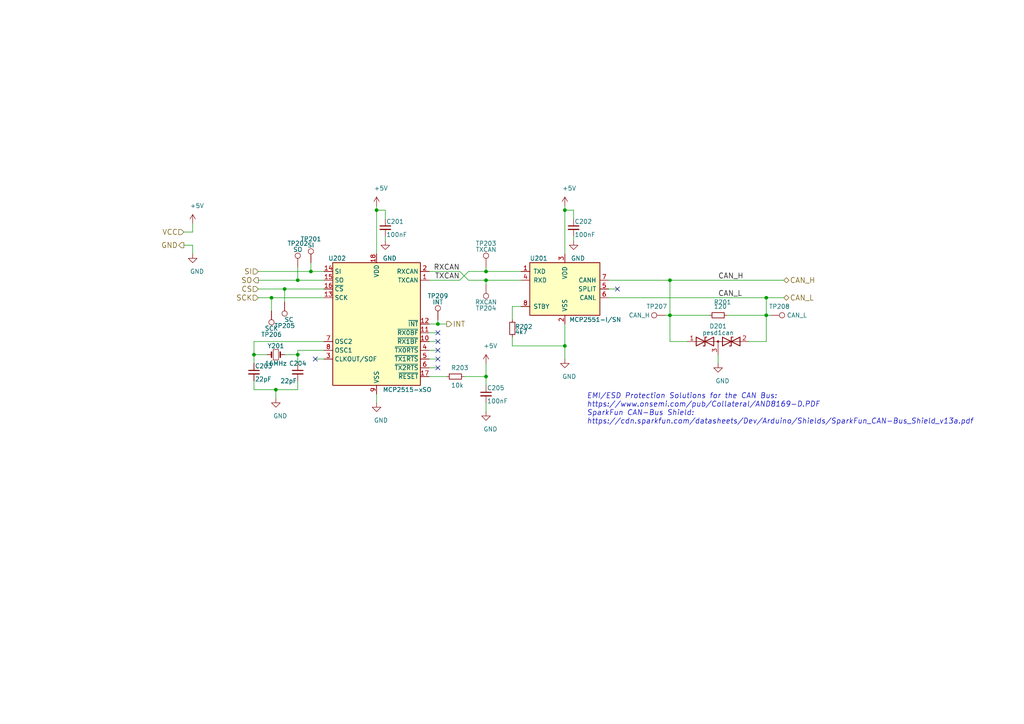
<source format=kicad_sch>
(kicad_sch (version 20211123) (generator eeschema)
  (paper "A4")
  (lib_symbols
    (symbol "Connector:TestPoint" (pin_numbers hide) (pin_names (offset 0.762) hide)
      (property "Reference" "TP" (at 0 6.858 0))
      (property "Value" "TestPoint" (at 0 5.08 0))
      (symbol "TestPoint_0_1"
        (circle (center 0 3.302) (radius 0.762))
      )
      (symbol "TestPoint_1_1"
        (pin passive line (at 0 0 90) (length 2.54) (name "1") (number "1"))
      )
    )
    (symbol "Device:C_Small" (pin_numbers hide) (pin_names (offset 0.254) hide)
      (property "Reference" "C" (at 0.254 1.778 0))
      (property "Value" "C_Small" (at 0.254 -2.032 0))
      (symbol "C_Small_0_1"
        (polyline (pts (xy -1.524 -0.508) (xy 1.524 -0.508)) (stroke (width 0.3302)))
        (polyline (pts (xy -1.524 0.508) (xy 1.524 0.508)) (stroke (width 0.3048)))
      )
      (symbol "C_Small_1_1"
        (pin passive line (at 0 2.54 270) (length 2.032) (name "~") (number "1"))
        (pin passive line (at 0 -2.54 90) (length 2.032) (name "~") (number "2"))
      )
    )
    (symbol "Device:Crystal_Small" (pin_numbers hide) (pin_names (offset 1.016) hide)
      (property "Reference" "Y" (at 0 2.54 0))
      (property "Value" "Crystal_Small" (at 0 -2.54 0))
      (symbol "Crystal_Small_0_1"
        (rectangle (start -0.762 -1.524) (end 0.762 1.524))
        (polyline (pts (xy -1.27 -0.762) (xy -1.27 0.762)) (stroke (width 0.381)))
        (polyline (pts (xy 1.27 -0.762) (xy 1.27 0.762)) (stroke (width 0.381)))
      )
      (symbol "Crystal_Small_1_1"
        (pin passive line (at -2.54 0 0) (length 1.27) (name "1") (number "1"))
        (pin passive line (at 2.54 0 180) (length 1.27) (name "2") (number "2"))
      )
    )
    (symbol "Device:D_TVS_Dual_AAC" (pin_names (offset 1.016) hide)
      (property "Reference" "D" (at 0 4.445 0))
      (property "Value" "D_TVS_Dual_AAC" (at 0 2.54 0))
      (symbol "D_TVS_Dual_AAC_0_0"
        (polyline (pts (xy 0 -1.27) (xy 0 0)))
      )
      (symbol "D_TVS_Dual_AAC_0_1"
        (polyline (pts (xy -6.35 0) (xy 6.35 0)))
        (polyline (pts (xy -3.302 1.27) (xy -3.81 1.27) (xy -3.81 -1.27) (xy -4.318 -1.27)) (stroke (width 0.254)))
        (polyline (pts (xy 4.318 1.27) (xy 3.81 1.27) (xy 3.81 -1.27) (xy 3.302 -1.27)) (stroke (width 0.254)))
        (polyline (pts (xy -6.35 1.27) (xy -1.27 -1.27) (xy -1.27 1.27) (xy -6.35 -1.27) (xy -6.35 1.27)) (stroke (width 0.254)))
        (polyline (pts (xy 6.35 1.27) (xy 1.27 -1.27) (xy 1.27 1.27) (xy 6.35 -1.27) (xy 6.35 1.27)) (stroke (width 0.254)))
        (circle (center 0 0) (radius 0.254) (fill (type outline)))
      )
      (symbol "D_TVS_Dual_AAC_1_1"
        (pin passive line (at -8.89 0 0) (length 2.54) (name "A1") (number "1"))
        (pin passive line (at 8.89 0 180) (length 2.54) (name "A2") (number "2"))
        (pin input line (at 0 -3.81 90) (length 2.54) (name "common") (number "3"))
      )
    )
    (symbol "Device:R_Small" (pin_numbers hide) (pin_names (offset 0.254) hide)
      (property "Reference" "R" (at 0.762 0.508 0))
      (property "Value" "R_Small" (at 0.762 -1.016 0))
      (symbol "R_Small_0_1"
        (rectangle (start -0.762 1.778) (end 0.762 -1.778) (stroke (width 0.2032)))
      )
      (symbol "R_Small_1_1"
        (pin passive line (at 0 2.54 270) (length 0.762) (name "~") (number "1"))
        (pin passive line (at 0 -2.54 90) (length 0.762) (name "~") (number "2"))
      )
    )
    (symbol "Interface_CAN_LIN:MCP2515-xSO"
      (property "Reference" "U" (at -10.16 19.685 0))
      (property "Value" "MCP2515-xSO" (at 19.05 20.32 0))
      (symbol "MCP2515-xSO_0_1"
        (rectangle (start -12.7 17.78) (end 12.7 -17.78) (stroke (width 0.254)) (fill (type background)))
      )
      (symbol "MCP2515-xSO_1_1"
        (pin output line (at 15.24 12.7 180) (length 2.54) (name "TXCAN") (number "1"))
        (pin output line (at 15.24 -5.08 180) (length 2.54) (name "~{RX1BF}") (number "10"))
        (pin output line (at 15.24 -2.54 180) (length 2.54) (name "~{RX0BF}") (number "11"))
        (pin output line (at 15.24 0 180) (length 2.54) (name "~{INT}") (number "12"))
        (pin input line (at -15.24 7.62 0) (length 2.54) (name "SCK") (number "13"))
        (pin input line (at -15.24 15.24 0) (length 2.54) (name "SI") (number "14"))
        (pin output line (at -15.24 12.7 0) (length 2.54) (name "SO") (number "15"))
        (pin input line (at -15.24 10.16 0) (length 2.54) (name "~{CS}") (number "16"))
        (pin input line (at 15.24 -15.24 180) (length 2.54) (name "~{RESET}") (number "17"))
        (pin power_in line (at 0 20.32 270) (length 2.54) (name "VDD") (number "18"))
        (pin input line (at 15.24 15.24 180) (length 2.54) (name "RXCAN") (number "2"))
        (pin output line (at -15.24 -10.16 0) (length 2.54) (name "CLKOUT/SOF") (number "3"))
        (pin input line (at 15.24 -7.62 180) (length 2.54) (name "~{TX0RTS}") (number "4"))
        (pin input line (at 15.24 -10.16 180) (length 2.54) (name "~{TX1RTS}") (number "5"))
        (pin input line (at 15.24 -12.7 180) (length 2.54) (name "~{TX2RTS}") (number "6"))
        (pin output line (at -15.24 -5.08 0) (length 2.54) (name "OSC2") (number "7"))
        (pin input line (at -15.24 -7.62 0) (length 2.54) (name "OSC1") (number "8"))
        (pin power_in line (at 0 -20.32 90) (length 2.54) (name "VSS") (number "9"))
      )
    )
    (symbol "Interface_CAN_LIN:MCP2561-E-SN" (pin_names (offset 1.016))
      (property "Reference" "U" (at -10.16 8.89 0))
      (property "Value" "MCP2561-E-SN" (at 2.54 8.89 0))
      (symbol "MCP2561-E-SN_0_1"
        (rectangle (start -10.16 7.62) (end 10.16 -7.62) (stroke (width 0.254)) (fill (type background)))
      )
      (symbol "MCP2561-E-SN_1_1"
        (pin input line (at -12.7 5.08 0) (length 2.54) (name "TXD") (number "1"))
        (pin power_in line (at 0 -10.16 90) (length 2.54) (name "VSS") (number "2"))
        (pin power_in line (at 0 10.16 270) (length 2.54) (name "VDD") (number "3"))
        (pin output line (at -12.7 2.54 0) (length 2.54) (name "RXD") (number "4"))
        (pin passive line (at 12.7 0 180) (length 2.54) (name "SPLIT") (number "5"))
        (pin bidirectional line (at 12.7 -2.54 180) (length 2.54) (name "CANL") (number "6"))
        (pin bidirectional line (at 12.7 2.54 180) (length 2.54) (name "CANH") (number "7"))
        (pin input line (at -12.7 -5.08 0) (length 2.54) (name "STBY") (number "8"))
      )
    )
    (symbol "power:+5V" (power) (pin_names (offset 0))
      (property "Value" "+5V" (at 0 3.556 0))
      (symbol "+5V_0_1"
        (polyline (pts (xy -0.762 1.27) (xy 0 2.54)))
        (polyline (pts (xy 0 0) (xy 0 2.54)))
        (polyline (pts (xy 0 2.54) (xy 0.762 1.27)))
      )
      (symbol "+5V_1_1"
        (pin power_in line (at 0 0 90) (length 0) hide (name "+5V") (number "1"))
      )
    )
    (symbol "power:GND" (power) (pin_names (offset 0))
      (property "Value" "GND" (at 0 -3.81 0))
      (symbol "GND_0_1"
        (polyline (pts (xy 0 0) (xy 0 -1.27) (xy 1.27 -1.27) (xy 0 -2.54) (xy -1.27 -1.27) (xy 0 -1.27)))
      )
      (symbol "GND_1_1"
        (pin power_in line (at 0 0 270) (length 0) hide (name "GND") (number "1"))
      )
    )
  )
  (junction (at 140.97 109.22))
  (junction (at 140.97 78.74))
  (junction (at 194.31 91.44))
  (junction (at 86.36 81.28))
  (junction (at 222.25 86.36))
  (junction (at 82.55 83.82))
  (junction (at 90.17 78.74))
  (junction (at 86.36 102.87))
  (junction (at 222.25 91.44))
  (junction (at 163.83 100.33))
  (junction (at 140.97 81.28))
  (junction (at 194.31 81.28))
  (junction (at 109.22 60.96))
  (junction (at 163.83 60.96))
  (junction (at 78.74 86.36))
  (junction (at 80.01 113.03))
  (junction (at 127 93.98))
  (junction (at 73.66 102.87))
  (no_connect (at 127 96.52))
  (no_connect (at 179.07 83.82))
  (no_connect (at 127 99.06))
  (no_connect (at 127 101.6))
  (no_connect (at 127 106.68))
  (no_connect (at 127 104.14))
  (no_connect (at 91.44 104.14))
  (wire (pts (xy 222.25 86.36) (xy 222.25 91.44)))
  (wire (pts (xy 109.22 60.96) (xy 111.76 60.96)))
  (wire (pts (xy 109.22 59.69) (xy 109.22 60.96)))
  (wire (pts (xy 78.74 90.17) (xy 78.74 86.36)))
  (wire (pts (xy 80.01 115.57) (xy 80.01 113.03)))
  (wire (pts (xy 140.97 105.41) (xy 140.97 109.22)))
  (wire (pts (xy 73.66 102.87) (xy 73.66 105.41)))
  (wire (pts (xy 140.97 77.47) (xy 140.97 78.74)))
  (wire (pts (xy 166.37 63.5) (xy 166.37 60.96)))
  (wire (pts (xy 140.97 109.22) (xy 134.62 109.22)))
  (wire (pts (xy 82.55 83.82) (xy 93.98 83.82)))
  (wire (pts (xy 127 104.14) (xy 124.46 104.14)))
  (wire (pts (xy 140.97 78.74) (xy 151.13 78.74)))
  (wire (pts (xy 111.76 63.5) (xy 111.76 60.96)))
  (wire (pts (xy 127 101.6) (xy 124.46 101.6)))
  (wire (pts (xy 222.25 91.44) (xy 223.52 91.44)))
  (wire (pts (xy 80.01 113.03) (xy 86.36 113.03)))
  (wire (pts (xy 194.31 81.28) (xy 194.31 91.44)))
  (wire (pts (xy 109.22 116.84) (xy 109.22 114.3)))
  (wire (pts (xy 133.35 78.74) (xy 135.89 81.28)))
  (wire (pts (xy 55.88 67.31) (xy 53.34 67.31)))
  (wire (pts (xy 74.93 78.74) (xy 90.17 78.74)))
  (wire (pts (xy 140.97 81.28) (xy 151.13 81.28)))
  (wire (pts (xy 163.83 59.69) (xy 163.83 60.96)))
  (wire (pts (xy 73.66 113.03) (xy 73.66 110.49)))
  (wire (pts (xy 193.04 91.44) (xy 194.31 91.44)))
  (wire (pts (xy 74.93 83.82) (xy 82.55 83.82)))
  (wire (pts (xy 194.31 91.44) (xy 205.74 91.44)))
  (wire (pts (xy 86.36 101.6) (xy 86.36 102.87)))
  (wire (pts (xy 78.74 86.36) (xy 93.98 86.36)))
  (wire (pts (xy 53.34 71.12) (xy 55.88 71.12)))
  (wire (pts (xy 133.35 81.28) (xy 135.89 78.74)))
  (wire (pts (xy 127 92.71) (xy 127 93.98)))
  (wire (pts (xy 163.83 60.96) (xy 166.37 60.96)))
  (wire (pts (xy 140.97 116.84) (xy 140.97 119.38)))
  (wire (pts (xy 86.36 81.28) (xy 86.36 77.47)))
  (wire (pts (xy 163.83 93.98) (xy 163.83 100.33)))
  (wire (pts (xy 217.17 99.06) (xy 222.25 99.06)))
  (wire (pts (xy 124.46 78.74) (xy 133.35 78.74)))
  (wire (pts (xy 127 106.68) (xy 124.46 106.68)))
  (wire (pts (xy 222.25 86.36) (xy 227.33 86.36)))
  (wire (pts (xy 127 96.52) (xy 124.46 96.52)))
  (wire (pts (xy 82.55 87.63) (xy 82.55 83.82)))
  (wire (pts (xy 55.88 71.12) (xy 55.88 73.66)))
  (wire (pts (xy 176.53 81.28) (xy 194.31 81.28)))
  (wire (pts (xy 124.46 81.28) (xy 133.35 81.28)))
  (wire (pts (xy 179.07 83.82) (xy 176.53 83.82)))
  (wire (pts (xy 166.37 68.58) (xy 166.37 69.85)))
  (wire (pts (xy 90.17 76.2) (xy 90.17 78.74)))
  (wire (pts (xy 208.28 102.87) (xy 208.28 105.41)))
  (wire (pts (xy 73.66 113.03) (xy 80.01 113.03)))
  (wire (pts (xy 176.53 86.36) (xy 222.25 86.36)))
  (wire (pts (xy 124.46 93.98) (xy 127 93.98)))
  (wire (pts (xy 148.59 88.9) (xy 151.13 88.9)))
  (wire (pts (xy 135.89 81.28) (xy 140.97 81.28)))
  (wire (pts (xy 73.66 99.06) (xy 93.98 99.06)))
  (wire (pts (xy 86.36 113.03) (xy 86.36 110.49)))
  (wire (pts (xy 55.88 64.77) (xy 55.88 67.31)))
  (wire (pts (xy 194.31 99.06) (xy 194.31 91.44)))
  (wire (pts (xy 194.31 81.28) (xy 227.33 81.28)))
  (wire (pts (xy 86.36 102.87) (xy 82.55 102.87)))
  (wire (pts (xy 135.89 78.74) (xy 140.97 78.74)))
  (wire (pts (xy 163.83 60.96) (xy 163.83 73.66)))
  (wire (pts (xy 148.59 100.33) (xy 163.83 100.33)))
  (wire (pts (xy 210.82 91.44) (xy 222.25 91.44)))
  (wire (pts (xy 140.97 82.55) (xy 140.97 81.28)))
  (wire (pts (xy 73.66 99.06) (xy 73.66 102.87)))
  (wire (pts (xy 163.83 100.33) (xy 163.83 104.14)))
  (wire (pts (xy 86.36 81.28) (xy 93.98 81.28)))
  (wire (pts (xy 109.22 60.96) (xy 109.22 73.66)))
  (wire (pts (xy 148.59 97.79) (xy 148.59 100.33)))
  (wire (pts (xy 148.59 92.71) (xy 148.59 88.9)))
  (wire (pts (xy 91.44 104.14) (xy 93.98 104.14)))
  (wire (pts (xy 140.97 109.22) (xy 140.97 111.76)))
  (wire (pts (xy 127 99.06) (xy 124.46 99.06)))
  (wire (pts (xy 222.25 99.06) (xy 222.25 91.44)))
  (wire (pts (xy 74.93 86.36) (xy 78.74 86.36)))
  (wire (pts (xy 74.93 81.28) (xy 86.36 81.28)))
  (wire (pts (xy 127 93.98) (xy 129.54 93.98)))
  (wire (pts (xy 90.17 78.74) (xy 93.98 78.74)))
  (wire (pts (xy 77.47 102.87) (xy 73.66 102.87)))
  (wire (pts (xy 111.76 68.58) (xy 111.76 69.85)))
  (wire (pts (xy 124.46 109.22) (xy 129.54 109.22)))
  (wire (pts (xy 86.36 101.6) (xy 93.98 101.6)))
  (wire (pts (xy 199.39 99.06) (xy 194.31 99.06)))
  (wire (pts (xy 86.36 102.87) (xy 86.36 105.41)))
  (text "EMI/ESD Protection Solutions for the CAN Bus: \nhttps://www.onsemi.com/pub/Collateral/AND8169-D.PDF\nSparkFun CAN-Bus Shield:\nhttps://cdn.sparkfun.com/datasheets/Dev/Arduino/Shields/SparkFun_CAN-Bus_Shield_v13a.pdf" (at 170.18 123.19 0) (effects (font (size 1.524 1.524) italic) (justify left bottom)))
  (label "CAN_H" (at 208.28 81.28 0) (effects (font (size 1.524 1.524))))
  (label "CAN_L" (at 208.28 86.36 0) (effects (font (size 1.524 1.524))))
  (label "TXCAN" (at 133.35 81.28 180) (effects (font (size 1.524 1.524))))
  (label "RXCAN" (at 133.35 78.74 180) (effects (font (size 1.524 1.524))))
  (hierarchical_label "CAN_L" (shape bidirectional) (at 227.33 86.36 0) (effects (font (size 1.524 1.524))))
  (hierarchical_label "SO" (shape output) (at 74.93 81.28 180) (effects (font (size 1.524 1.524))))
  (hierarchical_label "CAN_H" (shape bidirectional) (at 227.33 81.28 0) (effects (font (size 1.524 1.524))))
  (hierarchical_label "SI" (shape input) (at 74.93 78.74 180) (effects (font (size 1.524 1.524))))
  (hierarchical_label "GND" (shape output) (at 53.34 71.12 180) (effects (font (size 1.524 1.524))))
  (hierarchical_label "SCK" (shape input) (at 74.93 86.36 180) (effects (font (size 1.524 1.524))))
  (hierarchical_label "VCC" (shape input) (at 53.34 67.31 180) (effects (font (size 1.524 1.524))))
  (hierarchical_label "CS" (shape input) (at 74.93 83.82 180) (effects (font (size 1.524 1.524))))
  (hierarchical_label "INT" (shape output) (at 129.54 93.98 0) (effects (font (size 1.524 1.524))))
  (symbol (lib_id "Interface_CAN_LIN:MCP2561-E-SN") (at 163.83 83.82 0) (unit 1)
    (property "Reference" "U201" (at 153.67 74.93 0) (effects (justify left)))
    (property "Value" "MCP2551-I/SN" (at 165.1 92.71 0) (effects (justify left)))
    (property "Footprint" "Package_SO:SOIC-8_3.9x4.9mm_P1.27mm" (effects hide))
  )
  (symbol (lib_id "Device:R_Small") (at 132.08 109.22 270) (unit 1)
    (property "Reference" "R203" (at 130.81 106.68 90) (effects (justify left)))
    (property "Value" "10k" (at 130.81 111.76 90) (effects (justify left)))
    (property "Footprint" "Resistor_SMD:R_0805_2012Metric_Pad1.15x1.40mm_HandSolder" (effects hide))
  )
  (symbol (lib_id "Device:R_Small") (at 148.59 95.25 0) (unit 1)
    (property "Reference" "R202" (at 149.352 94.742 0) (effects (justify left)))
    (property "Value" "4k7" (at 149.352 96.266 0) (effects (justify left)))
    (property "Footprint" "Resistor_SMD:R_0805_2012Metric_Pad1.15x1.40mm_HandSolder" (effects hide))
  )
  (symbol (lib_id "Device:R_Small") (at 208.28 91.44 270) (unit 1)
    (property "Reference" "R201" (at 207.01 87.63 90) (effects (justify left)))
    (property "Value" "120" (at 207.01 88.9 90) (effects (justify left)))
    (property "Footprint" "Resistor_SMD:R_0805_2012Metric_Pad1.15x1.40mm_HandSolder" (effects hide))
  )
  (symbol (lib_id "Device:C_Small") (at 111.76 66.04 0) (unit 1)
    (property "Reference" "C201" (at 112.014 64.262 0) (effects (justify left)))
    (property "Value" "100nF" (at 112.014 68.072 0) (effects (justify left)))
    (property "Footprint" "Capacitor_SMD:C_0805_2012Metric_Pad1.15x1.40mm_HandSolder" (effects hide))
  )
  (symbol (lib_id "Device:D_TVS_Dual_AAC") (at 208.28 99.06 0) (unit 1)
    (property "Reference" "D201" (at 208.28 94.615 0))
    (property "Value" "pesd1can" (at 208.28 96.52 0))
    (property "Footprint" "Package_TO_SOT_SMD:SOT-23_Handsoldering" (effects hide))
  )
  (symbol (lib_id "Connector:TestPoint") (at 140.97 77.47 0) (unit 1)
    (property "Reference" "TP203" (at 140.97 70.612 0))
    (property "Value" "TXCAN" (at 140.97 72.39 0))
    (property "Footprint" "TestPoint:TestPoint_Pad_2.0x2.0mm" (effects hide))
  )
  (symbol (lib_id "Connector:TestPoint") (at 140.97 82.55 180) (unit 1)
    (property "Reference" "TP204" (at 140.97 89.408 0))
    (property "Value" "RXCAN" (at 140.97 87.63 0))
    (property "Footprint" "TestPoint:TestPoint_Pad_2.0x2.0mm" (effects hide))
  )
  (symbol (lib_id "Connector:TestPoint") (at 127 92.71 0) (unit 1)
    (property "Reference" "TP209" (at 127 85.852 0))
    (property "Value" "INT" (at 127 87.63 0))
    (property "Footprint" "TestPoint:TestPoint_Pad_2.0x2.0mm" (effects hide))
  )
  (symbol (lib_id "Connector:TestPoint") (at 90.17 76.2 0) (unit 1)
    (property "Reference" "TP201" (at 90.17 69.342 0))
    (property "Value" "SI" (at 90.17 71.12 0))
    (property "Footprint" "TestPoint:TestPoint_Pad_2.0x2.0mm" (effects hide))
  )
  (symbol (lib_id "Connector:TestPoint") (at 86.36 77.47 0) (unit 1)
    (property "Reference" "TP202" (at 86.36 70.612 0))
    (property "Value" "SO" (at 86.36 72.39 0))
    (property "Footprint" "TestPoint:TestPoint_Pad_2.0x2.0mm" (effects hide))
  )
  (symbol (lib_id "Connector:TestPoint") (at 78.74 90.17 180) (unit 1)
    (property "Reference" "TP206" (at 78.74 97.028 0))
    (property "Value" "SCK" (at 78.74 95.25 0))
    (property "Footprint" "TestPoint:TestPoint_Pad_2.0x2.0mm" (effects hide))
  )
  (symbol (lib_id "Connector:TestPoint") (at 82.55 87.63 180) (unit 1)
    (property "Reference" "TP205" (at 82.55 94.488 0))
    (property "Value" "SC" (at 83.82 92.71 0))
    (property "Footprint" "TestPoint:TestPoint_Pad_2.0x2.0mm" (effects hide))
  )
  (symbol (lib_id "Connector:TestPoint") (at 223.52 91.44 270) (unit 1)
    (property "Reference" "TP208" (at 226.06 88.9 90))
    (property "Value" "CAN_L" (at 231.14 91.44 90))
    (property "Footprint" "TestPoint:TestPoint_Pad_2.0x2.0mm" (effects hide))
  )
  (symbol (lib_id "Connector:TestPoint") (at 193.04 91.44 90) (mirror x) (unit 1)
    (property "Reference" "TP207" (at 190.5 88.9 90))
    (property "Value" "CAN_H" (at 185.42 91.44 90))
    (property "Footprint" "TestPoint:TestPoint_Pad_2.0x2.0mm" (effects hide))
  )
  (symbol (lib_id "Interface_CAN_LIN:MCP2515-xSO") (at 109.22 93.98 0) (unit 1)
    (property "Reference" "U202" (at 97.79 74.93 0))
    (property "Value" "MCP2515-xSO" (at 118.11 113.03 0))
    (property "Footprint" "Package_SO:SOIC-18W_7.5x11.6mm_P1.27mm" (effects hide))
    (property "Datasheet" "http://ww1.microchip.com/downloads/en/DeviceDoc/21801e.pdf" (effects hide))
  )
  (symbol (lib_id "Device:Crystal_Small") (at 80.01 102.87 0) (unit 1)
    (property "Reference" "Y201" (at 80.01 100.33 0))
    (property "Value" "16MHz" (at 80.01 105.41 0))
    (property "Footprint" "Crystal:Crystal_HC49-U_Vertical" (effects hide))
    (property "Datasheet" "http://www.farnell.com/datasheets/321153.pdf" (effects hide))
  )
  (symbol (lib_id "Device:C_Small") (at 73.66 107.95 0) (unit 1)
    (property "Reference" "C203" (at 73.914 106.172 0) (effects (justify left)))
    (property "Value" "22pF" (at 73.914 109.982 0) (effects (justify left)))
    (property "Footprint" "Capacitor_SMD:C_0805_2012Metric_Pad1.15x1.40mm_HandSolder" (effects hide))
  )
  (symbol (lib_id "Device:C_Small") (at 86.36 107.95 0) (unit 1)
    (property "Reference" "C204" (at 83.82 105.41 0) (effects (justify left)))
    (property "Value" "22pF" (at 81.28 110.49 0) (effects (justify left)))
    (property "Footprint" "Capacitor_SMD:C_0805_2012Metric_Pad1.15x1.40mm_HandSolder" (effects hide))
  )
  (symbol (lib_id "power:GND") (at 80.01 115.57 0) (unit 1)
    (property "Reference" "#PWR0210" (effects hide))
    (property "Value" "GND" (at 81.28 120.65 0))
  )
  (symbol (lib_id "power:GND") (at 111.76 69.85 0) (unit 1)
    (property "Reference" "#PWR0204" (effects hide))
    (property "Value" "GND" (at 113.03 74.93 0))
  )
  (symbol (lib_id "power:+5V") (at 140.97 105.41 0) (unit 1)
    (property "Reference" "#PWR0107" (effects hide))
    (property "Value" "+5V" (at 142.24 100.33 0))
  )
  (symbol (lib_id "power:+5V") (at 109.22 59.69 0) (unit 1)
    (property "Reference" "#PWR0201" (effects hide))
    (property "Value" "+5V" (at 110.49 54.61 0))
  )
  (symbol (lib_id "Device:C_Small") (at 166.37 66.04 0) (unit 1)
    (property "Reference" "C202" (at 166.624 64.262 0) (effects (justify left)))
    (property "Value" "100nF" (at 166.624 68.072 0) (effects (justify left)))
    (property "Footprint" "Capacitor_SMD:C_0805_2012Metric_Pad1.15x1.40mm_HandSolder" (effects hide))
  )
  (symbol (lib_id "power:GND") (at 166.37 69.85 0) (unit 1)
    (property "Reference" "#PWR0205" (effects hide))
    (property "Value" "GND" (at 167.64 74.93 0))
  )
  (symbol (lib_id "power:+5V") (at 163.83 59.69 0) (unit 1)
    (property "Reference" "#PWR0202" (effects hide))
    (property "Value" "+5V" (at 165.1 54.61 0))
  )
  (symbol (lib_id "power:+5V") (at 55.88 64.77 0) (unit 1)
    (property "Reference" "#PWR0203" (effects hide))
    (property "Value" "+5V" (at 57.15 59.69 0))
  )
  (symbol (lib_id "power:GND") (at 55.88 73.66 0) (unit 1)
    (property "Reference" "#PWR0206" (effects hide))
    (property "Value" "GND" (at 57.15 78.74 0))
  )
  (symbol (lib_id "power:GND") (at 109.22 116.84 0) (unit 1)
    (property "Reference" "#PWR0211" (effects hide))
    (property "Value" "GND" (at 110.49 121.92 0))
  )
  (symbol (lib_id "power:GND") (at 163.83 104.14 0) (unit 1)
    (property "Reference" "#PWR0207" (effects hide))
    (property "Value" "GND" (at 165.1 109.22 0))
  )
  (symbol (lib_id "Device:C_Small") (at 140.97 114.3 0) (unit 1)
    (property "Reference" "C205" (at 141.224 112.522 0) (effects (justify left)))
    (property "Value" "100nF" (at 141.224 116.332 0) (effects (justify left)))
    (property "Footprint" "Capacitor_SMD:C_0805_2012Metric_Pad1.15x1.40mm_HandSolder" (effects hide))
  )
  (symbol (lib_id "power:GND") (at 140.97 119.38 0) (unit 1)
    (property "Reference" "#PWR0212" (effects hide))
    (property "Value" "GND" (at 142.24 124.46 0))
  )
  (symbol (lib_id "power:GND") (at 208.28 105.41 0) (unit 1)
    (property "Reference" "#PWR0208" (effects hide))
    (property "Value" "GND" (at 209.55 110.49 0))
  )
)
</source>
